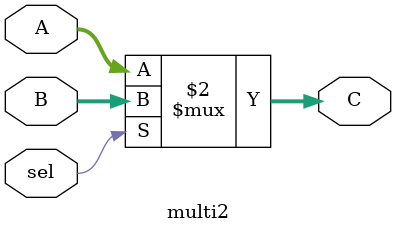
<source format=v>
`timescale 1ns/1ns 
module multi2(
    //entradas 
    input [4:0]A,
    input[4:0]B,
    input sel,
    //salidas 
    output reg[4:0]C
);
//Asignaciones, instancias, bloques secuenciales*
always @* C <= (sel) ? B : A;
endmodule 

</source>
